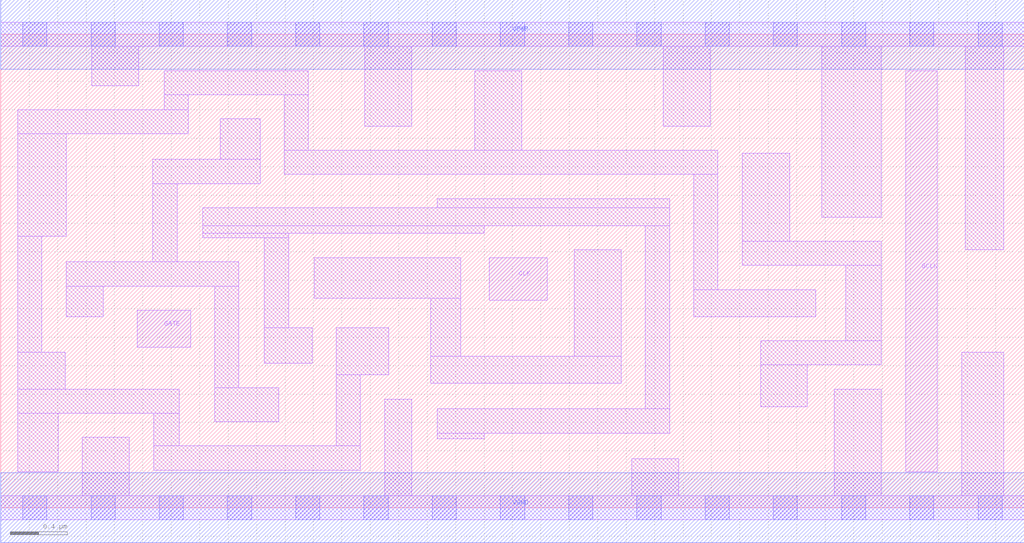
<source format=lef>
# Copyright 2020 The SkyWater PDK Authors
#
# Licensed under the Apache License, Version 2.0 (the "License");
# you may not use this file except in compliance with the License.
# You may obtain a copy of the License at
#
#     https://www.apache.org/licenses/LICENSE-2.0
#
# Unless required by applicable law or agreed to in writing, software
# distributed under the License is distributed on an "AS IS" BASIS,
# WITHOUT WARRANTIES OR CONDITIONS OF ANY KIND, either express or implied.
# See the License for the specific language governing permissions and
# limitations under the License.
#
# SPDX-License-Identifier: Apache-2.0

VERSION 5.7 ;
  NAMESCASESENSITIVE ON ;
  NOWIREEXTENSIONATPIN ON ;
  DIVIDERCHAR "/" ;
  BUSBITCHARS "[]" ;
UNITS
  DATABASE MICRONS 200 ;
END UNITS
MACRO sky130_fd_sc_lp__dlclkp_2
  CLASS CORE ;
  FOREIGN sky130_fd_sc_lp__dlclkp_2 ;
  ORIGIN  0.000000  0.000000 ;
  SIZE  7.200000 BY  3.330000 ;
  SYMMETRY X Y R90 ;
  SITE unit ;
  PIN GATE
    ANTENNAGATEAREA  0.159000 ;
    DIRECTION INPUT ;
    USE SIGNAL ;
    PORT
      LAYER li1 ;
        RECT 0.960000 1.130000 1.335000 1.390000 ;
    END
  END GATE
  PIN GCLK
    ANTENNADIFFAREA  0.588000 ;
    DIRECTION OUTPUT ;
    USE SIGNAL ;
    PORT
      LAYER li1 ;
        RECT 6.365000 0.255000 6.590000 3.075000 ;
    END
  END GCLK
  PIN CLK
    ANTENNAGATEAREA  0.318000 ;
    DIRECTION INPUT ;
    USE CLOCK ;
    PORT
      LAYER li1 ;
        RECT 3.435000 1.460000 3.845000 1.760000 ;
    END
  END CLK
  PIN VGND
    DIRECTION INOUT ;
    USE GROUND ;
    PORT
      LAYER met1 ;
        RECT 0.000000 -0.245000 7.200000 0.245000 ;
    END
  END VGND
  PIN VPWR
    DIRECTION INOUT ;
    USE POWER ;
    PORT
      LAYER met1 ;
        RECT 0.000000 3.085000 7.200000 3.575000 ;
    END
  END VPWR
  OBS
    LAYER li1 ;
      RECT 0.000000 -0.085000 7.200000 0.085000 ;
      RECT 0.000000  3.245000 7.200000 3.415000 ;
      RECT 0.120000  0.255000 0.405000 0.665000 ;
      RECT 0.120000  0.665000 1.255000 0.835000 ;
      RECT 0.120000  0.835000 0.455000 1.095000 ;
      RECT 0.120000  1.095000 0.290000 1.910000 ;
      RECT 0.120000  1.910000 0.460000 2.630000 ;
      RECT 0.120000  2.630000 1.320000 2.800000 ;
      RECT 0.460000  1.345000 0.720000 1.560000 ;
      RECT 0.460000  1.560000 1.675000 1.730000 ;
      RECT 0.575000  0.085000 0.905000 0.495000 ;
      RECT 0.640000  2.970000 0.970000 3.245000 ;
      RECT 1.070000  1.730000 1.240000 2.280000 ;
      RECT 1.070000  2.280000 1.825000 2.450000 ;
      RECT 1.075000  0.265000 2.530000 0.435000 ;
      RECT 1.075000  0.435000 1.255000 0.665000 ;
      RECT 1.150000  2.800000 1.320000 2.905000 ;
      RECT 1.150000  2.905000 2.165000 3.075000 ;
      RECT 1.420000  1.900000 2.025000 1.930000 ;
      RECT 1.420000  1.930000 3.400000 1.985000 ;
      RECT 1.420000  1.985000 4.705000 2.110000 ;
      RECT 1.505000  0.605000 1.955000 0.845000 ;
      RECT 1.505000  0.845000 1.675000 1.560000 ;
      RECT 1.545000  2.450000 1.825000 2.735000 ;
      RECT 1.855000  1.015000 2.190000 1.265000 ;
      RECT 1.855000  1.265000 2.025000 1.900000 ;
      RECT 1.995000  2.345000 5.045000 2.515000 ;
      RECT 1.995000  2.515000 2.165000 2.905000 ;
      RECT 2.205000  1.475000 3.235000 1.760000 ;
      RECT 2.360000  0.435000 2.530000 0.935000 ;
      RECT 2.360000  0.935000 2.730000 1.265000 ;
      RECT 2.560000  2.685000 2.890000 3.245000 ;
      RECT 2.700000  0.085000 2.890000 0.765000 ;
      RECT 3.025000  0.875000 4.365000 1.065000 ;
      RECT 3.025000  1.065000 3.235000 1.475000 ;
      RECT 3.070000  0.485000 3.400000 0.525000 ;
      RECT 3.070000  0.525000 4.705000 0.695000 ;
      RECT 3.070000  2.110000 4.705000 2.175000 ;
      RECT 3.335000  2.515000 3.665000 3.075000 ;
      RECT 4.035000  1.065000 4.365000 1.815000 ;
      RECT 4.440000  0.085000 4.770000 0.345000 ;
      RECT 4.535000  0.695000 4.705000 1.985000 ;
      RECT 4.660000  2.685000 4.990000 3.245000 ;
      RECT 4.875000  1.345000 5.735000 1.535000 ;
      RECT 4.875000  1.535000 5.045000 2.345000 ;
      RECT 5.215000  1.705000 6.195000 1.875000 ;
      RECT 5.215000  1.875000 5.550000 2.495000 ;
      RECT 5.345000  0.710000 5.675000 1.005000 ;
      RECT 5.345000  1.005000 6.195000 1.175000 ;
      RECT 5.775000  2.045000 6.195000 3.245000 ;
      RECT 5.865000  0.085000 6.195000 0.835000 ;
      RECT 5.945000  1.175000 6.195000 1.705000 ;
      RECT 6.760000  0.085000 7.055000 1.095000 ;
      RECT 6.785000  1.815000 7.055000 3.245000 ;
    LAYER mcon ;
      RECT 0.155000 -0.085000 0.325000 0.085000 ;
      RECT 0.155000  3.245000 0.325000 3.415000 ;
      RECT 0.635000 -0.085000 0.805000 0.085000 ;
      RECT 0.635000  3.245000 0.805000 3.415000 ;
      RECT 1.115000 -0.085000 1.285000 0.085000 ;
      RECT 1.115000  3.245000 1.285000 3.415000 ;
      RECT 1.595000 -0.085000 1.765000 0.085000 ;
      RECT 1.595000  3.245000 1.765000 3.415000 ;
      RECT 2.075000 -0.085000 2.245000 0.085000 ;
      RECT 2.075000  3.245000 2.245000 3.415000 ;
      RECT 2.555000 -0.085000 2.725000 0.085000 ;
      RECT 2.555000  3.245000 2.725000 3.415000 ;
      RECT 3.035000 -0.085000 3.205000 0.085000 ;
      RECT 3.035000  3.245000 3.205000 3.415000 ;
      RECT 3.515000 -0.085000 3.685000 0.085000 ;
      RECT 3.515000  3.245000 3.685000 3.415000 ;
      RECT 3.995000 -0.085000 4.165000 0.085000 ;
      RECT 3.995000  3.245000 4.165000 3.415000 ;
      RECT 4.475000 -0.085000 4.645000 0.085000 ;
      RECT 4.475000  3.245000 4.645000 3.415000 ;
      RECT 4.955000 -0.085000 5.125000 0.085000 ;
      RECT 4.955000  3.245000 5.125000 3.415000 ;
      RECT 5.435000 -0.085000 5.605000 0.085000 ;
      RECT 5.435000  3.245000 5.605000 3.415000 ;
      RECT 5.915000 -0.085000 6.085000 0.085000 ;
      RECT 5.915000  3.245000 6.085000 3.415000 ;
      RECT 6.395000 -0.085000 6.565000 0.085000 ;
      RECT 6.395000  3.245000 6.565000 3.415000 ;
      RECT 6.875000 -0.085000 7.045000 0.085000 ;
      RECT 6.875000  3.245000 7.045000 3.415000 ;
  END
END sky130_fd_sc_lp__dlclkp_2
END LIBRARY

</source>
